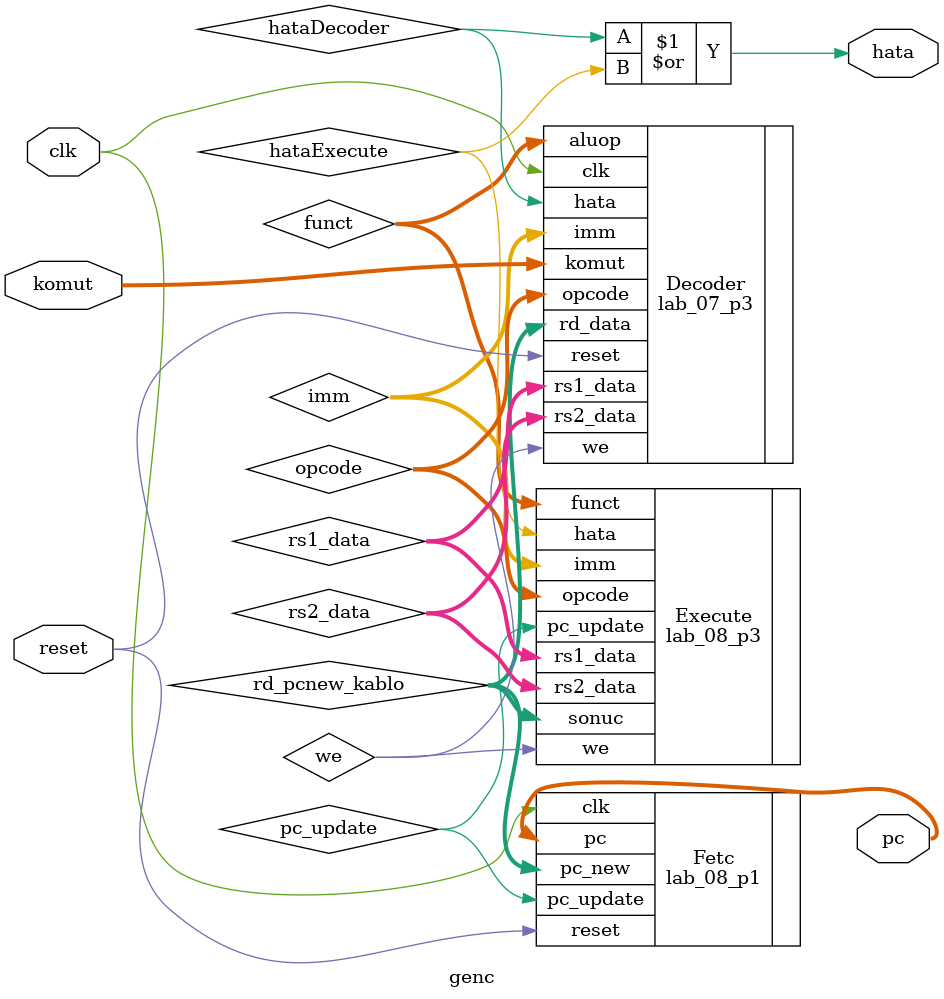
<source format=sv>
/* genc.sv */

module genc(
    input   logic            clk,reset,
    input   logic   [31:0]   komut, // decode yani lab_07_p3 e bağlanacak
    output  logic   [31:0]   pc,    //Fetch e bağlanacak yani lab_08_p1
    output  logic            hata   // Fetch e bağlanacak
);


logic [31:0]    rs1_data,rs2_data,imm;
logic [3:0]     funct;
logic [6:0]     opcode;
logic           we,hataDecoder,hataExecute;
logic           pc_update;
logic [31:0]    rd_pcnew_kablo;


// execute bağlandı
lab_07_p3 Decoder(.clk(clk),.reset(reset),.komut(komut),.hata(hataDecoder),.rs1_data(rs1_data),
.rs2_data(rs2_data),.imm(imm),.aluop(funct),.opcode(opcode),.rd_data(rd_pcnew_kablo),.we(we));

// fetch e bağlandı
lab_08_p3 Execute(.rs1_data(rs1_data),.rs2_data(rs2_data),.imm(imm),.funct(funct),.opcode(opcode),
.pc_update(pc_update),.sonuc(rd_pcnew_kablo),.we(we),.hata(hataExecute));

// decodere bağlandı
lab_08_p1 Fetc(.clk(clk),.reset(reset),.pc(pc),.pc_update(pc_update),.pc_new(rd_pcnew_kablo));


assign hata = hataDecoder | hataExecute;

endmodule










</source>
